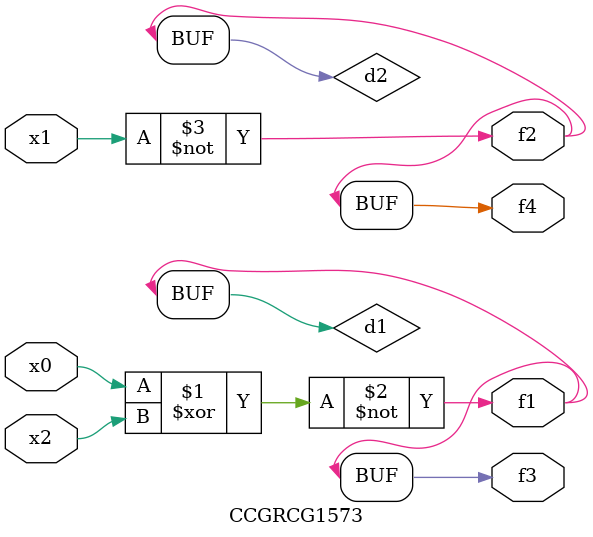
<source format=v>
module CCGRCG1573(
	input x0, x1, x2,
	output f1, f2, f3, f4
);

	wire d1, d2, d3;

	xnor (d1, x0, x2);
	nand (d2, x1);
	nor (d3, x1, x2);
	assign f1 = d1;
	assign f2 = d2;
	assign f3 = d1;
	assign f4 = d2;
endmodule

</source>
